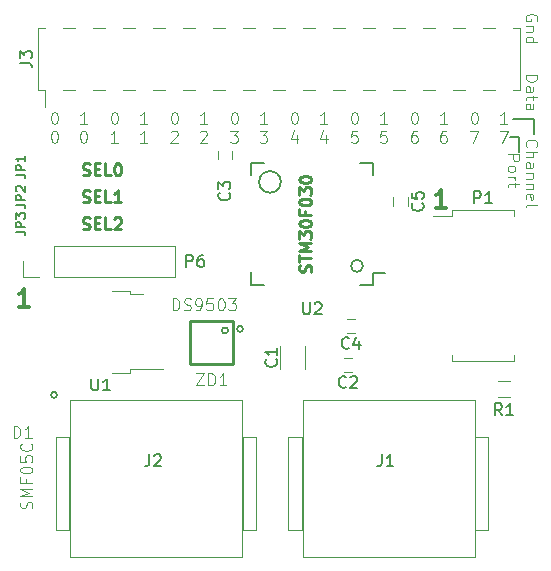
<source format=gto>
%TF.GenerationSoftware,KiCad,Pcbnew,(5.0.1)-3*%
%TF.CreationDate,2018-12-23T10:43:27+11:00*%
%TF.ProjectId,16_Channel_SSR_Driver,31365F4368616E6E656C5F5353525F44,1.2*%
%TF.SameCoordinates,PX7c25018PY69db1f0*%
%TF.FileFunction,Legend,Top*%
%TF.FilePolarity,Positive*%
%FSLAX46Y46*%
G04 Gerber Fmt 4.6, Leading zero omitted, Abs format (unit mm)*
G04 Created by KiCad (PCBNEW (5.0.1)-3) date 23/12/2018 10:43:27 AM*
%MOMM*%
%LPD*%
G01*
G04 APERTURE LIST*
%ADD10C,0.100000*%
%ADD11C,0.150000*%
%ADD12C,0.250000*%
%ADD13C,0.300000*%
%ADD14C,0.120000*%
%ADD15C,0.254000*%
%ADD16C,0.152400*%
%ADD17C,0.050000*%
G04 APERTURE END LIST*
D10*
X44569000Y-1603809D02*
X44616619Y-1508571D01*
X44616619Y-1365714D01*
X44569000Y-1222857D01*
X44473761Y-1127619D01*
X44378523Y-1080000D01*
X44188047Y-1032380D01*
X44045190Y-1032380D01*
X43854714Y-1080000D01*
X43759476Y-1127619D01*
X43664238Y-1222857D01*
X43616619Y-1365714D01*
X43616619Y-1460952D01*
X43664238Y-1603809D01*
X43711857Y-1651428D01*
X44045190Y-1651428D01*
X44045190Y-1460952D01*
X44283285Y-2080000D02*
X43616619Y-2080000D01*
X44188047Y-2080000D02*
X44235666Y-2127619D01*
X44283285Y-2222857D01*
X44283285Y-2365714D01*
X44235666Y-2460952D01*
X44140428Y-2508571D01*
X43616619Y-2508571D01*
X43616619Y-3413333D02*
X44616619Y-3413333D01*
X43664238Y-3413333D02*
X43616619Y-3318095D01*
X43616619Y-3127619D01*
X43664238Y-3032380D01*
X43711857Y-2984761D01*
X43807095Y-2937142D01*
X44092809Y-2937142D01*
X44188047Y-2984761D01*
X44235666Y-3032380D01*
X44283285Y-3127619D01*
X44283285Y-3318095D01*
X44235666Y-3413333D01*
X43616619Y-6175238D02*
X44616619Y-6175238D01*
X44616619Y-6413333D01*
X44569000Y-6556190D01*
X44473761Y-6651428D01*
X44378523Y-6699047D01*
X44188047Y-6746666D01*
X44045190Y-6746666D01*
X43854714Y-6699047D01*
X43759476Y-6651428D01*
X43664238Y-6556190D01*
X43616619Y-6413333D01*
X43616619Y-6175238D01*
X43616619Y-7603809D02*
X44140428Y-7603809D01*
X44235666Y-7556190D01*
X44283285Y-7460952D01*
X44283285Y-7270476D01*
X44235666Y-7175238D01*
X43664238Y-7603809D02*
X43616619Y-7508571D01*
X43616619Y-7270476D01*
X43664238Y-7175238D01*
X43759476Y-7127619D01*
X43854714Y-7127619D01*
X43949952Y-7175238D01*
X43997571Y-7270476D01*
X43997571Y-7508571D01*
X44045190Y-7603809D01*
X44283285Y-7937142D02*
X44283285Y-8318095D01*
X44616619Y-8080000D02*
X43759476Y-8080000D01*
X43664238Y-8127619D01*
X43616619Y-8222857D01*
X43616619Y-8318095D01*
X43616619Y-9080000D02*
X44140428Y-9080000D01*
X44235666Y-9032380D01*
X44283285Y-8937142D01*
X44283285Y-8746666D01*
X44235666Y-8651428D01*
X43664238Y-9080000D02*
X43616619Y-8984761D01*
X43616619Y-8746666D01*
X43664238Y-8651428D01*
X43759476Y-8603809D01*
X43854714Y-8603809D01*
X43949952Y-8651428D01*
X43997571Y-8746666D01*
X43997571Y-8984761D01*
X44045190Y-9080000D01*
D11*
X22886810Y-15240000D02*
G75*
G03X22886810Y-15240000I-915810J0D01*
G01*
X19685000Y-27686000D02*
G75*
G03X19685000Y-27686000I-254000J0D01*
G01*
X3937000Y-33274000D02*
G75*
G03X3937000Y-33274000I-254000J0D01*
G01*
D10*
X42092619Y-12914476D02*
X43092619Y-12914476D01*
X43092619Y-13295428D01*
X43045000Y-13390666D01*
X42997380Y-13438285D01*
X42902142Y-13485904D01*
X42759285Y-13485904D01*
X42664047Y-13438285D01*
X42616428Y-13390666D01*
X42568809Y-13295428D01*
X42568809Y-12914476D01*
X42092619Y-14057333D02*
X42140238Y-13962095D01*
X42187857Y-13914476D01*
X42283095Y-13866857D01*
X42568809Y-13866857D01*
X42664047Y-13914476D01*
X42711666Y-13962095D01*
X42759285Y-14057333D01*
X42759285Y-14200190D01*
X42711666Y-14295428D01*
X42664047Y-14343047D01*
X42568809Y-14390666D01*
X42283095Y-14390666D01*
X42187857Y-14343047D01*
X42140238Y-14295428D01*
X42092619Y-14200190D01*
X42092619Y-14057333D01*
X42092619Y-14819238D02*
X42759285Y-14819238D01*
X42568809Y-14819238D02*
X42664047Y-14866857D01*
X42711666Y-14914476D01*
X42759285Y-15009714D01*
X42759285Y-15104952D01*
X42759285Y-15295428D02*
X42759285Y-15676380D01*
X43092619Y-15438285D02*
X42235476Y-15438285D01*
X42140238Y-15485904D01*
X42092619Y-15581142D01*
X42092619Y-15676380D01*
X43711857Y-12287523D02*
X43664238Y-12239904D01*
X43616619Y-12097047D01*
X43616619Y-12001809D01*
X43664238Y-11858952D01*
X43759476Y-11763714D01*
X43854714Y-11716095D01*
X44045190Y-11668476D01*
X44188047Y-11668476D01*
X44378523Y-11716095D01*
X44473761Y-11763714D01*
X44569000Y-11858952D01*
X44616619Y-12001809D01*
X44616619Y-12097047D01*
X44569000Y-12239904D01*
X44521380Y-12287523D01*
X43616619Y-12716095D02*
X44616619Y-12716095D01*
X43616619Y-13144666D02*
X44140428Y-13144666D01*
X44235666Y-13097047D01*
X44283285Y-13001809D01*
X44283285Y-12858952D01*
X44235666Y-12763714D01*
X44188047Y-12716095D01*
X43616619Y-14049428D02*
X44140428Y-14049428D01*
X44235666Y-14001809D01*
X44283285Y-13906571D01*
X44283285Y-13716095D01*
X44235666Y-13620857D01*
X43664238Y-14049428D02*
X43616619Y-13954190D01*
X43616619Y-13716095D01*
X43664238Y-13620857D01*
X43759476Y-13573238D01*
X43854714Y-13573238D01*
X43949952Y-13620857D01*
X43997571Y-13716095D01*
X43997571Y-13954190D01*
X44045190Y-14049428D01*
X44283285Y-14525619D02*
X43616619Y-14525619D01*
X44188047Y-14525619D02*
X44235666Y-14573238D01*
X44283285Y-14668476D01*
X44283285Y-14811333D01*
X44235666Y-14906571D01*
X44140428Y-14954190D01*
X43616619Y-14954190D01*
X44283285Y-15430380D02*
X43616619Y-15430380D01*
X44188047Y-15430380D02*
X44235666Y-15478000D01*
X44283285Y-15573238D01*
X44283285Y-15716095D01*
X44235666Y-15811333D01*
X44140428Y-15858952D01*
X43616619Y-15858952D01*
X43664238Y-16716095D02*
X43616619Y-16620857D01*
X43616619Y-16430380D01*
X43664238Y-16335142D01*
X43759476Y-16287523D01*
X44140428Y-16287523D01*
X44235666Y-16335142D01*
X44283285Y-16430380D01*
X44283285Y-16620857D01*
X44235666Y-16716095D01*
X44140428Y-16763714D01*
X44045190Y-16763714D01*
X43949952Y-16287523D01*
X43616619Y-17335142D02*
X43664238Y-17239904D01*
X43759476Y-17192285D01*
X44616619Y-17192285D01*
D11*
X44323000Y-9906000D02*
X44323000Y-11176000D01*
X42545000Y-9906000D02*
X44323000Y-9906000D01*
X43053000Y-11430000D02*
X43053000Y-12700000D01*
X42291000Y-11430000D02*
X43053000Y-11430000D01*
D10*
X29068571Y-9320380D02*
X29163809Y-9320380D01*
X29259047Y-9368000D01*
X29306666Y-9415619D01*
X29354285Y-9510857D01*
X29401904Y-9701333D01*
X29401904Y-9939428D01*
X29354285Y-10129904D01*
X29306666Y-10225142D01*
X29259047Y-10272761D01*
X29163809Y-10320380D01*
X29068571Y-10320380D01*
X28973333Y-10272761D01*
X28925714Y-10225142D01*
X28878095Y-10129904D01*
X28830476Y-9939428D01*
X28830476Y-9701333D01*
X28878095Y-9510857D01*
X28925714Y-9415619D01*
X28973333Y-9368000D01*
X29068571Y-9320380D01*
X31878095Y-10320380D02*
X31306666Y-10320380D01*
X31592380Y-10320380D02*
X31592380Y-9320380D01*
X31497142Y-9463238D01*
X31401904Y-9558476D01*
X31306666Y-9606095D01*
X29354285Y-10920380D02*
X28878095Y-10920380D01*
X28830476Y-11396571D01*
X28878095Y-11348952D01*
X28973333Y-11301333D01*
X29211428Y-11301333D01*
X29306666Y-11348952D01*
X29354285Y-11396571D01*
X29401904Y-11491809D01*
X29401904Y-11729904D01*
X29354285Y-11825142D01*
X29306666Y-11872761D01*
X29211428Y-11920380D01*
X28973333Y-11920380D01*
X28878095Y-11872761D01*
X28830476Y-11825142D01*
X31830476Y-10920380D02*
X31354285Y-10920380D01*
X31306666Y-11396571D01*
X31354285Y-11348952D01*
X31449523Y-11301333D01*
X31687619Y-11301333D01*
X31782857Y-11348952D01*
X31830476Y-11396571D01*
X31878095Y-11491809D01*
X31878095Y-11729904D01*
X31830476Y-11825142D01*
X31782857Y-11872761D01*
X31687619Y-11920380D01*
X31449523Y-11920380D01*
X31354285Y-11872761D01*
X31306666Y-11825142D01*
X23988571Y-9320380D02*
X24083809Y-9320380D01*
X24179047Y-9368000D01*
X24226666Y-9415619D01*
X24274285Y-9510857D01*
X24321904Y-9701333D01*
X24321904Y-9939428D01*
X24274285Y-10129904D01*
X24226666Y-10225142D01*
X24179047Y-10272761D01*
X24083809Y-10320380D01*
X23988571Y-10320380D01*
X23893333Y-10272761D01*
X23845714Y-10225142D01*
X23798095Y-10129904D01*
X23750476Y-9939428D01*
X23750476Y-9701333D01*
X23798095Y-9510857D01*
X23845714Y-9415619D01*
X23893333Y-9368000D01*
X23988571Y-9320380D01*
X26798095Y-10320380D02*
X26226666Y-10320380D01*
X26512380Y-10320380D02*
X26512380Y-9320380D01*
X26417142Y-9463238D01*
X26321904Y-9558476D01*
X26226666Y-9606095D01*
X24226666Y-11253714D02*
X24226666Y-11920380D01*
X23988571Y-10872761D02*
X23750476Y-11587047D01*
X24369523Y-11587047D01*
X26702857Y-11253714D02*
X26702857Y-11920380D01*
X26464761Y-10872761D02*
X26226666Y-11587047D01*
X26845714Y-11587047D01*
X39228571Y-9320380D02*
X39323809Y-9320380D01*
X39419047Y-9368000D01*
X39466666Y-9415619D01*
X39514285Y-9510857D01*
X39561904Y-9701333D01*
X39561904Y-9939428D01*
X39514285Y-10129904D01*
X39466666Y-10225142D01*
X39419047Y-10272761D01*
X39323809Y-10320380D01*
X39228571Y-10320380D01*
X39133333Y-10272761D01*
X39085714Y-10225142D01*
X39038095Y-10129904D01*
X38990476Y-9939428D01*
X38990476Y-9701333D01*
X39038095Y-9510857D01*
X39085714Y-9415619D01*
X39133333Y-9368000D01*
X39228571Y-9320380D01*
X42038095Y-10320380D02*
X41466666Y-10320380D01*
X41752380Y-10320380D02*
X41752380Y-9320380D01*
X41657142Y-9463238D01*
X41561904Y-9558476D01*
X41466666Y-9606095D01*
X38942857Y-10920380D02*
X39609523Y-10920380D01*
X39180952Y-11920380D01*
X41419047Y-10920380D02*
X42085714Y-10920380D01*
X41657142Y-11920380D01*
X34148571Y-9320380D02*
X34243809Y-9320380D01*
X34339047Y-9368000D01*
X34386666Y-9415619D01*
X34434285Y-9510857D01*
X34481904Y-9701333D01*
X34481904Y-9939428D01*
X34434285Y-10129904D01*
X34386666Y-10225142D01*
X34339047Y-10272761D01*
X34243809Y-10320380D01*
X34148571Y-10320380D01*
X34053333Y-10272761D01*
X34005714Y-10225142D01*
X33958095Y-10129904D01*
X33910476Y-9939428D01*
X33910476Y-9701333D01*
X33958095Y-9510857D01*
X34005714Y-9415619D01*
X34053333Y-9368000D01*
X34148571Y-9320380D01*
X36958095Y-10320380D02*
X36386666Y-10320380D01*
X36672380Y-10320380D02*
X36672380Y-9320380D01*
X36577142Y-9463238D01*
X36481904Y-9558476D01*
X36386666Y-9606095D01*
X34386666Y-10920380D02*
X34196190Y-10920380D01*
X34100952Y-10968000D01*
X34053333Y-11015619D01*
X33958095Y-11158476D01*
X33910476Y-11348952D01*
X33910476Y-11729904D01*
X33958095Y-11825142D01*
X34005714Y-11872761D01*
X34100952Y-11920380D01*
X34291428Y-11920380D01*
X34386666Y-11872761D01*
X34434285Y-11825142D01*
X34481904Y-11729904D01*
X34481904Y-11491809D01*
X34434285Y-11396571D01*
X34386666Y-11348952D01*
X34291428Y-11301333D01*
X34100952Y-11301333D01*
X34005714Y-11348952D01*
X33958095Y-11396571D01*
X33910476Y-11491809D01*
X36862857Y-10920380D02*
X36672380Y-10920380D01*
X36577142Y-10968000D01*
X36529523Y-11015619D01*
X36434285Y-11158476D01*
X36386666Y-11348952D01*
X36386666Y-11729904D01*
X36434285Y-11825142D01*
X36481904Y-11872761D01*
X36577142Y-11920380D01*
X36767619Y-11920380D01*
X36862857Y-11872761D01*
X36910476Y-11825142D01*
X36958095Y-11729904D01*
X36958095Y-11491809D01*
X36910476Y-11396571D01*
X36862857Y-11348952D01*
X36767619Y-11301333D01*
X36577142Y-11301333D01*
X36481904Y-11348952D01*
X36434285Y-11396571D01*
X36386666Y-11491809D01*
X18908571Y-9320380D02*
X19003809Y-9320380D01*
X19099047Y-9368000D01*
X19146666Y-9415619D01*
X19194285Y-9510857D01*
X19241904Y-9701333D01*
X19241904Y-9939428D01*
X19194285Y-10129904D01*
X19146666Y-10225142D01*
X19099047Y-10272761D01*
X19003809Y-10320380D01*
X18908571Y-10320380D01*
X18813333Y-10272761D01*
X18765714Y-10225142D01*
X18718095Y-10129904D01*
X18670476Y-9939428D01*
X18670476Y-9701333D01*
X18718095Y-9510857D01*
X18765714Y-9415619D01*
X18813333Y-9368000D01*
X18908571Y-9320380D01*
X21718095Y-10320380D02*
X21146666Y-10320380D01*
X21432380Y-10320380D02*
X21432380Y-9320380D01*
X21337142Y-9463238D01*
X21241904Y-9558476D01*
X21146666Y-9606095D01*
X18622857Y-10920380D02*
X19241904Y-10920380D01*
X18908571Y-11301333D01*
X19051428Y-11301333D01*
X19146666Y-11348952D01*
X19194285Y-11396571D01*
X19241904Y-11491809D01*
X19241904Y-11729904D01*
X19194285Y-11825142D01*
X19146666Y-11872761D01*
X19051428Y-11920380D01*
X18765714Y-11920380D01*
X18670476Y-11872761D01*
X18622857Y-11825142D01*
X21099047Y-10920380D02*
X21718095Y-10920380D01*
X21384761Y-11301333D01*
X21527619Y-11301333D01*
X21622857Y-11348952D01*
X21670476Y-11396571D01*
X21718095Y-11491809D01*
X21718095Y-11729904D01*
X21670476Y-11825142D01*
X21622857Y-11872761D01*
X21527619Y-11920380D01*
X21241904Y-11920380D01*
X21146666Y-11872761D01*
X21099047Y-11825142D01*
X13828571Y-9320380D02*
X13923809Y-9320380D01*
X14019047Y-9368000D01*
X14066666Y-9415619D01*
X14114285Y-9510857D01*
X14161904Y-9701333D01*
X14161904Y-9939428D01*
X14114285Y-10129904D01*
X14066666Y-10225142D01*
X14019047Y-10272761D01*
X13923809Y-10320380D01*
X13828571Y-10320380D01*
X13733333Y-10272761D01*
X13685714Y-10225142D01*
X13638095Y-10129904D01*
X13590476Y-9939428D01*
X13590476Y-9701333D01*
X13638095Y-9510857D01*
X13685714Y-9415619D01*
X13733333Y-9368000D01*
X13828571Y-9320380D01*
X16638095Y-10320380D02*
X16066666Y-10320380D01*
X16352380Y-10320380D02*
X16352380Y-9320380D01*
X16257142Y-9463238D01*
X16161904Y-9558476D01*
X16066666Y-9606095D01*
X13590476Y-11015619D02*
X13638095Y-10968000D01*
X13733333Y-10920380D01*
X13971428Y-10920380D01*
X14066666Y-10968000D01*
X14114285Y-11015619D01*
X14161904Y-11110857D01*
X14161904Y-11206095D01*
X14114285Y-11348952D01*
X13542857Y-11920380D01*
X14161904Y-11920380D01*
X16066666Y-11015619D02*
X16114285Y-10968000D01*
X16209523Y-10920380D01*
X16447619Y-10920380D01*
X16542857Y-10968000D01*
X16590476Y-11015619D01*
X16638095Y-11110857D01*
X16638095Y-11206095D01*
X16590476Y-11348952D01*
X16019047Y-11920380D01*
X16638095Y-11920380D01*
X8748571Y-9320380D02*
X8843809Y-9320380D01*
X8939047Y-9368000D01*
X8986666Y-9415619D01*
X9034285Y-9510857D01*
X9081904Y-9701333D01*
X9081904Y-9939428D01*
X9034285Y-10129904D01*
X8986666Y-10225142D01*
X8939047Y-10272761D01*
X8843809Y-10320380D01*
X8748571Y-10320380D01*
X8653333Y-10272761D01*
X8605714Y-10225142D01*
X8558095Y-10129904D01*
X8510476Y-9939428D01*
X8510476Y-9701333D01*
X8558095Y-9510857D01*
X8605714Y-9415619D01*
X8653333Y-9368000D01*
X8748571Y-9320380D01*
X11558095Y-10320380D02*
X10986666Y-10320380D01*
X11272380Y-10320380D02*
X11272380Y-9320380D01*
X11177142Y-9463238D01*
X11081904Y-9558476D01*
X10986666Y-9606095D01*
X9081904Y-11920380D02*
X8510476Y-11920380D01*
X8796190Y-11920380D02*
X8796190Y-10920380D01*
X8700952Y-11063238D01*
X8605714Y-11158476D01*
X8510476Y-11206095D01*
X11558095Y-11920380D02*
X10986666Y-11920380D01*
X11272380Y-11920380D02*
X11272380Y-10920380D01*
X11177142Y-11063238D01*
X11081904Y-11158476D01*
X10986666Y-11206095D01*
X3668571Y-9320380D02*
X3763809Y-9320380D01*
X3859047Y-9368000D01*
X3906666Y-9415619D01*
X3954285Y-9510857D01*
X4001904Y-9701333D01*
X4001904Y-9939428D01*
X3954285Y-10129904D01*
X3906666Y-10225142D01*
X3859047Y-10272761D01*
X3763809Y-10320380D01*
X3668571Y-10320380D01*
X3573333Y-10272761D01*
X3525714Y-10225142D01*
X3478095Y-10129904D01*
X3430476Y-9939428D01*
X3430476Y-9701333D01*
X3478095Y-9510857D01*
X3525714Y-9415619D01*
X3573333Y-9368000D01*
X3668571Y-9320380D01*
X6478095Y-10320380D02*
X5906666Y-10320380D01*
X6192380Y-10320380D02*
X6192380Y-9320380D01*
X6097142Y-9463238D01*
X6001904Y-9558476D01*
X5906666Y-9606095D01*
X3668571Y-10920380D02*
X3763809Y-10920380D01*
X3859047Y-10968000D01*
X3906666Y-11015619D01*
X3954285Y-11110857D01*
X4001904Y-11301333D01*
X4001904Y-11539428D01*
X3954285Y-11729904D01*
X3906666Y-11825142D01*
X3859047Y-11872761D01*
X3763809Y-11920380D01*
X3668571Y-11920380D01*
X3573333Y-11872761D01*
X3525714Y-11825142D01*
X3478095Y-11729904D01*
X3430476Y-11539428D01*
X3430476Y-11301333D01*
X3478095Y-11110857D01*
X3525714Y-11015619D01*
X3573333Y-10968000D01*
X3668571Y-10920380D01*
X6144761Y-10920380D02*
X6240000Y-10920380D01*
X6335238Y-10968000D01*
X6382857Y-11015619D01*
X6430476Y-11110857D01*
X6478095Y-11301333D01*
X6478095Y-11539428D01*
X6430476Y-11729904D01*
X6382857Y-11825142D01*
X6335238Y-11872761D01*
X6240000Y-11920380D01*
X6144761Y-11920380D01*
X6049523Y-11872761D01*
X6001904Y-11825142D01*
X5954285Y-11729904D01*
X5906666Y-11539428D01*
X5906666Y-11301333D01*
X5954285Y-11110857D01*
X6001904Y-11015619D01*
X6049523Y-10968000D01*
X6144761Y-10920380D01*
D11*
X29845000Y-22352000D02*
G75*
G03X29845000Y-22352000I-508000J0D01*
G01*
D12*
X25423761Y-22843619D02*
X25471380Y-22700761D01*
X25471380Y-22462666D01*
X25423761Y-22367428D01*
X25376142Y-22319809D01*
X25280904Y-22272190D01*
X25185666Y-22272190D01*
X25090428Y-22319809D01*
X25042809Y-22367428D01*
X24995190Y-22462666D01*
X24947571Y-22653142D01*
X24899952Y-22748380D01*
X24852333Y-22796000D01*
X24757095Y-22843619D01*
X24661857Y-22843619D01*
X24566619Y-22796000D01*
X24519000Y-22748380D01*
X24471380Y-22653142D01*
X24471380Y-22415047D01*
X24519000Y-22272190D01*
X24471380Y-21986476D02*
X24471380Y-21415047D01*
X25471380Y-21700761D02*
X24471380Y-21700761D01*
X25471380Y-21081714D02*
X24471380Y-21081714D01*
X25185666Y-20748380D01*
X24471380Y-20415047D01*
X25471380Y-20415047D01*
X24471380Y-20034095D02*
X24471380Y-19415047D01*
X24852333Y-19748380D01*
X24852333Y-19605523D01*
X24899952Y-19510285D01*
X24947571Y-19462666D01*
X25042809Y-19415047D01*
X25280904Y-19415047D01*
X25376142Y-19462666D01*
X25423761Y-19510285D01*
X25471380Y-19605523D01*
X25471380Y-19891238D01*
X25423761Y-19986476D01*
X25376142Y-20034095D01*
X24471380Y-18796000D02*
X24471380Y-18700761D01*
X24519000Y-18605523D01*
X24566619Y-18557904D01*
X24661857Y-18510285D01*
X24852333Y-18462666D01*
X25090428Y-18462666D01*
X25280904Y-18510285D01*
X25376142Y-18557904D01*
X25423761Y-18605523D01*
X25471380Y-18700761D01*
X25471380Y-18796000D01*
X25423761Y-18891238D01*
X25376142Y-18938857D01*
X25280904Y-18986476D01*
X25090428Y-19034095D01*
X24852333Y-19034095D01*
X24661857Y-18986476D01*
X24566619Y-18938857D01*
X24519000Y-18891238D01*
X24471380Y-18796000D01*
X24947571Y-17700761D02*
X24947571Y-18034095D01*
X25471380Y-18034095D02*
X24471380Y-18034095D01*
X24471380Y-17557904D01*
X24471380Y-16986476D02*
X24471380Y-16891238D01*
X24519000Y-16796000D01*
X24566619Y-16748380D01*
X24661857Y-16700761D01*
X24852333Y-16653142D01*
X25090428Y-16653142D01*
X25280904Y-16700761D01*
X25376142Y-16748380D01*
X25423761Y-16796000D01*
X25471380Y-16891238D01*
X25471380Y-16986476D01*
X25423761Y-17081714D01*
X25376142Y-17129333D01*
X25280904Y-17176952D01*
X25090428Y-17224571D01*
X24852333Y-17224571D01*
X24661857Y-17176952D01*
X24566619Y-17129333D01*
X24519000Y-17081714D01*
X24471380Y-16986476D01*
X24471380Y-16319809D02*
X24471380Y-15700761D01*
X24852333Y-16034095D01*
X24852333Y-15891238D01*
X24899952Y-15796000D01*
X24947571Y-15748380D01*
X25042809Y-15700761D01*
X25280904Y-15700761D01*
X25376142Y-15748380D01*
X25423761Y-15796000D01*
X25471380Y-15891238D01*
X25471380Y-16176952D01*
X25423761Y-16272190D01*
X25376142Y-16319809D01*
X24471380Y-15081714D02*
X24471380Y-14986476D01*
X24519000Y-14891238D01*
X24566619Y-14843619D01*
X24661857Y-14796000D01*
X24852333Y-14748380D01*
X25090428Y-14748380D01*
X25280904Y-14796000D01*
X25376142Y-14843619D01*
X25423761Y-14891238D01*
X25471380Y-14986476D01*
X25471380Y-15081714D01*
X25423761Y-15176952D01*
X25376142Y-15224571D01*
X25280904Y-15272190D01*
X25090428Y-15319809D01*
X24852333Y-15319809D01*
X24661857Y-15272190D01*
X24566619Y-15224571D01*
X24519000Y-15176952D01*
X24471380Y-15081714D01*
D13*
X1571571Y-25824571D02*
X714428Y-25824571D01*
X1143000Y-25824571D02*
X1143000Y-24324571D01*
X1000142Y-24538857D01*
X857285Y-24681714D01*
X714428Y-24753142D01*
X36877571Y-17442571D02*
X36020428Y-17442571D01*
X36449000Y-17442571D02*
X36449000Y-15942571D01*
X36306142Y-16156857D01*
X36163285Y-16299714D01*
X36020428Y-16371142D01*
D12*
X6127952Y-19200761D02*
X6270809Y-19248380D01*
X6508904Y-19248380D01*
X6604142Y-19200761D01*
X6651761Y-19153142D01*
X6699380Y-19057904D01*
X6699380Y-18962666D01*
X6651761Y-18867428D01*
X6604142Y-18819809D01*
X6508904Y-18772190D01*
X6318428Y-18724571D01*
X6223190Y-18676952D01*
X6175571Y-18629333D01*
X6127952Y-18534095D01*
X6127952Y-18438857D01*
X6175571Y-18343619D01*
X6223190Y-18296000D01*
X6318428Y-18248380D01*
X6556523Y-18248380D01*
X6699380Y-18296000D01*
X7127952Y-18724571D02*
X7461285Y-18724571D01*
X7604142Y-19248380D02*
X7127952Y-19248380D01*
X7127952Y-18248380D01*
X7604142Y-18248380D01*
X8508904Y-19248380D02*
X8032714Y-19248380D01*
X8032714Y-18248380D01*
X8794619Y-18343619D02*
X8842238Y-18296000D01*
X8937476Y-18248380D01*
X9175571Y-18248380D01*
X9270809Y-18296000D01*
X9318428Y-18343619D01*
X9366047Y-18438857D01*
X9366047Y-18534095D01*
X9318428Y-18676952D01*
X8747000Y-19248380D01*
X9366047Y-19248380D01*
X6127952Y-16914761D02*
X6270809Y-16962380D01*
X6508904Y-16962380D01*
X6604142Y-16914761D01*
X6651761Y-16867142D01*
X6699380Y-16771904D01*
X6699380Y-16676666D01*
X6651761Y-16581428D01*
X6604142Y-16533809D01*
X6508904Y-16486190D01*
X6318428Y-16438571D01*
X6223190Y-16390952D01*
X6175571Y-16343333D01*
X6127952Y-16248095D01*
X6127952Y-16152857D01*
X6175571Y-16057619D01*
X6223190Y-16010000D01*
X6318428Y-15962380D01*
X6556523Y-15962380D01*
X6699380Y-16010000D01*
X7127952Y-16438571D02*
X7461285Y-16438571D01*
X7604142Y-16962380D02*
X7127952Y-16962380D01*
X7127952Y-15962380D01*
X7604142Y-15962380D01*
X8508904Y-16962380D02*
X8032714Y-16962380D01*
X8032714Y-15962380D01*
X9366047Y-16962380D02*
X8794619Y-16962380D01*
X9080333Y-16962380D02*
X9080333Y-15962380D01*
X8985095Y-16105238D01*
X8889857Y-16200476D01*
X8794619Y-16248095D01*
X6127952Y-14628761D02*
X6270809Y-14676380D01*
X6508904Y-14676380D01*
X6604142Y-14628761D01*
X6651761Y-14581142D01*
X6699380Y-14485904D01*
X6699380Y-14390666D01*
X6651761Y-14295428D01*
X6604142Y-14247809D01*
X6508904Y-14200190D01*
X6318428Y-14152571D01*
X6223190Y-14104952D01*
X6175571Y-14057333D01*
X6127952Y-13962095D01*
X6127952Y-13866857D01*
X6175571Y-13771619D01*
X6223190Y-13724000D01*
X6318428Y-13676380D01*
X6556523Y-13676380D01*
X6699380Y-13724000D01*
X7127952Y-14152571D02*
X7461285Y-14152571D01*
X7604142Y-14676380D02*
X7127952Y-14676380D01*
X7127952Y-13676380D01*
X7604142Y-13676380D01*
X8508904Y-14676380D02*
X8032714Y-14676380D01*
X8032714Y-13676380D01*
X9032714Y-13676380D02*
X9127952Y-13676380D01*
X9223190Y-13724000D01*
X9270809Y-13771619D01*
X9318428Y-13866857D01*
X9366047Y-14057333D01*
X9366047Y-14295428D01*
X9318428Y-14485904D01*
X9270809Y-14581142D01*
X9223190Y-14628761D01*
X9127952Y-14676380D01*
X9032714Y-14676380D01*
X8937476Y-14628761D01*
X8889857Y-14581142D01*
X8842238Y-14485904D01*
X8794619Y-14295428D01*
X8794619Y-14057333D01*
X8842238Y-13866857D01*
X8889857Y-13771619D01*
X8937476Y-13724000D01*
X9032714Y-13676380D01*
D14*
X37405000Y-18123000D02*
X37405000Y-17593000D01*
X37405000Y-17593000D02*
X42605000Y-17593000D01*
X42605000Y-17593000D02*
X42605000Y-18123000D01*
X37405000Y-29883000D02*
X37405000Y-30413000D01*
X37405000Y-30413000D02*
X42605000Y-30413000D01*
X42605000Y-30413000D02*
X42605000Y-29883000D01*
X35735000Y-18123000D02*
X37405000Y-18123000D01*
X41283000Y-32086000D02*
X42283000Y-32086000D01*
X42283000Y-33446000D02*
X41283000Y-33446000D01*
X40003000Y-2226000D02*
X41023000Y-2226000D01*
X40003000Y-7426000D02*
X41023000Y-7426000D01*
X37463000Y-2226000D02*
X38483000Y-2226000D01*
X37463000Y-7426000D02*
X38483000Y-7426000D01*
X34923000Y-2226000D02*
X35943000Y-2226000D01*
X34923000Y-7426000D02*
X35943000Y-7426000D01*
X32383000Y-2226000D02*
X33403000Y-2226000D01*
X32383000Y-7426000D02*
X33403000Y-7426000D01*
X29843000Y-2226000D02*
X30863000Y-2226000D01*
X29843000Y-7426000D02*
X30863000Y-7426000D01*
X27303000Y-2226000D02*
X28323000Y-2226000D01*
X27303000Y-7426000D02*
X28323000Y-7426000D01*
X24763000Y-2226000D02*
X25783000Y-2226000D01*
X24763000Y-7426000D02*
X25783000Y-7426000D01*
X22223000Y-2226000D02*
X23243000Y-2226000D01*
X22223000Y-7426000D02*
X23243000Y-7426000D01*
X19683000Y-2226000D02*
X20703000Y-2226000D01*
X19683000Y-7426000D02*
X20703000Y-7426000D01*
X17143000Y-2226000D02*
X18163000Y-2226000D01*
X17143000Y-7426000D02*
X18163000Y-7426000D01*
X14603000Y-2226000D02*
X15623000Y-2226000D01*
X14603000Y-7426000D02*
X15623000Y-7426000D01*
X12063000Y-2226000D02*
X13083000Y-2226000D01*
X12063000Y-7426000D02*
X13083000Y-7426000D01*
X9523000Y-2226000D02*
X10543000Y-2226000D01*
X9523000Y-7426000D02*
X10543000Y-7426000D01*
X6983000Y-2226000D02*
X8003000Y-2226000D01*
X6983000Y-7426000D02*
X8003000Y-7426000D01*
X4443000Y-2226000D02*
X5463000Y-2226000D01*
X4443000Y-7426000D02*
X5463000Y-7426000D01*
X42543000Y-2226000D02*
X43113000Y-2226000D01*
X42543000Y-7426000D02*
X43113000Y-7426000D01*
X2353000Y-2226000D02*
X2923000Y-2226000D01*
X2353000Y-7426000D02*
X2923000Y-7426000D01*
X2923000Y-8866000D02*
X2923000Y-7426000D01*
X43113000Y-7426000D02*
X43113000Y-2226000D01*
X2353000Y-7426000D02*
X2353000Y-2226000D01*
D15*
X18872200Y-30632400D02*
X15163800Y-30632400D01*
X15163800Y-30632400D02*
X15163800Y-27025600D01*
X15163800Y-27025600D02*
X18872200Y-27025600D01*
X18872200Y-27025600D02*
X18872200Y-30632400D01*
D16*
X18415000Y-27813000D02*
G75*
G03X18415000Y-27813000I-254000J0D01*
G01*
D14*
X28925000Y-31334000D02*
X28225000Y-31334000D01*
X28225000Y-30134000D02*
X28925000Y-30134000D01*
X18761000Y-12592000D02*
X18761000Y-13292000D01*
X17561000Y-13292000D02*
X17561000Y-12592000D01*
X29179000Y-28032000D02*
X28479000Y-28032000D01*
X28479000Y-26832000D02*
X29179000Y-26832000D01*
X33620000Y-16541000D02*
X33620000Y-17241000D01*
X32420000Y-17241000D02*
X32420000Y-16541000D01*
D10*
X39295071Y-46980479D02*
X24730625Y-46980479D01*
X24730625Y-46980479D02*
X24730625Y-33688552D01*
X24730625Y-33688552D02*
X39295071Y-33688552D01*
X39295071Y-33688552D02*
X39295071Y-46980479D01*
X40466916Y-44687525D02*
X39358186Y-44687525D01*
X39358186Y-44687525D02*
X39358186Y-36825620D01*
X39358186Y-36825620D02*
X40466916Y-36825620D01*
X40466916Y-36825620D02*
X40466916Y-44687525D01*
X24642312Y-44687302D02*
X23533582Y-44687302D01*
X23533582Y-44687302D02*
X23533582Y-36825397D01*
X23533582Y-36825397D02*
X24642312Y-36825397D01*
X24642312Y-36825397D02*
X24642312Y-44687302D01*
X19610071Y-46980479D02*
X5045625Y-46980479D01*
X5045625Y-46980479D02*
X5045625Y-33688552D01*
X5045625Y-33688552D02*
X19610071Y-33688552D01*
X19610071Y-33688552D02*
X19610071Y-46980479D01*
X20781916Y-44687525D02*
X19673186Y-44687525D01*
X19673186Y-44687525D02*
X19673186Y-36825620D01*
X19673186Y-36825620D02*
X20781916Y-36825620D01*
X20781916Y-36825620D02*
X20781916Y-44687525D01*
X4957312Y-44687302D02*
X3848582Y-44687302D01*
X3848582Y-44687302D02*
X3848582Y-36825397D01*
X3848582Y-36825397D02*
X4957312Y-36825397D01*
X4957312Y-36825397D02*
X4957312Y-44687302D01*
D14*
X3683000Y-23301000D02*
X13903000Y-23301000D01*
X13903000Y-23301000D02*
X13903000Y-20641000D01*
X13903000Y-20641000D02*
X3683000Y-20641000D01*
X3683000Y-20641000D02*
X3683000Y-23301000D01*
X2413000Y-23301000D02*
X1083000Y-23301000D01*
X1083000Y-23301000D02*
X1083000Y-21971000D01*
D11*
X30702000Y-23971000D02*
X30702000Y-22971000D01*
X20352000Y-23971000D02*
X20352000Y-22896000D01*
X20352000Y-13621000D02*
X20352000Y-14696000D01*
X30702000Y-13621000D02*
X30702000Y-14696000D01*
X30702000Y-23971000D02*
X29627000Y-23971000D01*
X30702000Y-13621000D02*
X29627000Y-13621000D01*
X20352000Y-13621000D02*
X21427000Y-13621000D01*
X20352000Y-23971000D02*
X21427000Y-23971000D01*
X30702000Y-22971000D02*
X31727000Y-22971000D01*
D14*
X8590000Y-31390000D02*
X10090000Y-31390000D01*
X10090000Y-31390000D02*
X10090000Y-31120000D01*
X10090000Y-31120000D02*
X12920000Y-31120000D01*
X8590000Y-24490000D02*
X10090000Y-24490000D01*
X10090000Y-24490000D02*
X10090000Y-24760000D01*
X10090000Y-24760000D02*
X11190000Y-24760000D01*
X22856000Y-29099000D02*
X22856000Y-31099000D01*
X24896000Y-31099000D02*
X24896000Y-29099000D01*
D11*
X39266904Y-17045380D02*
X39266904Y-16045380D01*
X39647857Y-16045380D01*
X39743095Y-16093000D01*
X39790714Y-16140619D01*
X39838333Y-16235857D01*
X39838333Y-16378714D01*
X39790714Y-16473952D01*
X39743095Y-16521571D01*
X39647857Y-16569190D01*
X39266904Y-16569190D01*
X40790714Y-17045380D02*
X40219285Y-17045380D01*
X40505000Y-17045380D02*
X40505000Y-16045380D01*
X40409761Y-16188238D01*
X40314523Y-16283476D01*
X40219285Y-16331095D01*
X41616333Y-34996380D02*
X41283000Y-34520190D01*
X41044904Y-34996380D02*
X41044904Y-33996380D01*
X41425857Y-33996380D01*
X41521095Y-34044000D01*
X41568714Y-34091619D01*
X41616333Y-34186857D01*
X41616333Y-34329714D01*
X41568714Y-34424952D01*
X41521095Y-34472571D01*
X41425857Y-34520190D01*
X41044904Y-34520190D01*
X42568714Y-34996380D02*
X41997285Y-34996380D01*
X42283000Y-34996380D02*
X42283000Y-33996380D01*
X42187761Y-34139238D01*
X42092523Y-34234476D01*
X41997285Y-34282095D01*
X805380Y-5159333D02*
X1519666Y-5159333D01*
X1662523Y-5206952D01*
X1757761Y-5302190D01*
X1805380Y-5445047D01*
X1805380Y-5540285D01*
X805380Y-4778380D02*
X805380Y-4159333D01*
X1186333Y-4492666D01*
X1186333Y-4349809D01*
X1233952Y-4254571D01*
X1281571Y-4206952D01*
X1376809Y-4159333D01*
X1614904Y-4159333D01*
X1710142Y-4206952D01*
X1757761Y-4254571D01*
X1805380Y-4349809D01*
X1805380Y-4635523D01*
X1757761Y-4730761D01*
X1710142Y-4778380D01*
X450904Y-19462666D02*
X1022333Y-19462666D01*
X1136619Y-19500761D01*
X1212809Y-19576952D01*
X1250904Y-19691238D01*
X1250904Y-19767428D01*
X1250904Y-19081714D02*
X450904Y-19081714D01*
X450904Y-18776952D01*
X489000Y-18700761D01*
X527095Y-18662666D01*
X603285Y-18624571D01*
X717571Y-18624571D01*
X793761Y-18662666D01*
X831857Y-18700761D01*
X869952Y-18776952D01*
X869952Y-19081714D01*
X450904Y-18357904D02*
X450904Y-17862666D01*
X755666Y-18129333D01*
X755666Y-18015047D01*
X793761Y-17938857D01*
X831857Y-17900761D01*
X908047Y-17862666D01*
X1098523Y-17862666D01*
X1174714Y-17900761D01*
X1212809Y-17938857D01*
X1250904Y-18015047D01*
X1250904Y-18243619D01*
X1212809Y-18319809D01*
X1174714Y-18357904D01*
X450904Y-17176666D02*
X1022333Y-17176666D01*
X1136619Y-17214761D01*
X1212809Y-17290952D01*
X1250904Y-17405238D01*
X1250904Y-17481428D01*
X1250904Y-16795714D02*
X450904Y-16795714D01*
X450904Y-16490952D01*
X489000Y-16414761D01*
X527095Y-16376666D01*
X603285Y-16338571D01*
X717571Y-16338571D01*
X793761Y-16376666D01*
X831857Y-16414761D01*
X869952Y-16490952D01*
X869952Y-16795714D01*
X527095Y-16033809D02*
X489000Y-15995714D01*
X450904Y-15919523D01*
X450904Y-15729047D01*
X489000Y-15652857D01*
X527095Y-15614761D01*
X603285Y-15576666D01*
X679476Y-15576666D01*
X793761Y-15614761D01*
X1250904Y-16071904D01*
X1250904Y-15576666D01*
X450904Y-14636666D02*
X1022333Y-14636666D01*
X1136619Y-14674761D01*
X1212809Y-14750952D01*
X1250904Y-14865238D01*
X1250904Y-14941428D01*
X1250904Y-14255714D02*
X450904Y-14255714D01*
X450904Y-13950952D01*
X489000Y-13874761D01*
X527095Y-13836666D01*
X603285Y-13798571D01*
X717571Y-13798571D01*
X793761Y-13836666D01*
X831857Y-13874761D01*
X869952Y-13950952D01*
X869952Y-14255714D01*
X1250904Y-13036666D02*
X1250904Y-13493809D01*
X1250904Y-13265238D02*
X450904Y-13265238D01*
X565190Y-13341428D01*
X641380Y-13417619D01*
X679476Y-13493809D01*
D10*
X275490Y-36904720D02*
X275490Y-35903440D01*
X513890Y-35903440D01*
X656930Y-35951120D01*
X752290Y-36046480D01*
X799970Y-36141840D01*
X847650Y-36332560D01*
X847650Y-36475600D01*
X799970Y-36666320D01*
X752290Y-36761680D01*
X656930Y-36857040D01*
X513890Y-36904720D01*
X275490Y-36904720D01*
X1801250Y-36904720D02*
X1229090Y-36904720D01*
X1515170Y-36904720D02*
X1515170Y-35903440D01*
X1419810Y-36046480D01*
X1324450Y-36141840D01*
X1229090Y-36189520D01*
X1802356Y-42874120D02*
X1850045Y-42731053D01*
X1850045Y-42492607D01*
X1802356Y-42397229D01*
X1754667Y-42349540D01*
X1659289Y-42301851D01*
X1563911Y-42301851D01*
X1468533Y-42349540D01*
X1420844Y-42397229D01*
X1373155Y-42492607D01*
X1325466Y-42683364D01*
X1277777Y-42778742D01*
X1230088Y-42826431D01*
X1134710Y-42874120D01*
X1039332Y-42874120D01*
X943954Y-42826431D01*
X896265Y-42778742D01*
X848575Y-42683364D01*
X848575Y-42444918D01*
X896265Y-42301851D01*
X1850045Y-41872650D02*
X848575Y-41872650D01*
X1563911Y-41538826D01*
X848575Y-41205003D01*
X1850045Y-41205003D01*
X1325466Y-40394289D02*
X1325466Y-40728113D01*
X1850045Y-40728113D02*
X848575Y-40728113D01*
X848575Y-40251222D01*
X848575Y-39678954D02*
X848575Y-39583575D01*
X896265Y-39488197D01*
X943954Y-39440508D01*
X1039332Y-39392819D01*
X1230088Y-39345130D01*
X1468533Y-39345130D01*
X1659289Y-39392819D01*
X1754667Y-39440508D01*
X1802356Y-39488197D01*
X1850045Y-39583575D01*
X1850045Y-39678954D01*
X1802356Y-39774332D01*
X1754667Y-39822021D01*
X1659289Y-39869710D01*
X1468533Y-39917399D01*
X1230088Y-39917399D01*
X1039332Y-39869710D01*
X943954Y-39822021D01*
X896265Y-39774332D01*
X848575Y-39678954D01*
X848575Y-38439038D02*
X848575Y-38915929D01*
X1325466Y-38963618D01*
X1277777Y-38915929D01*
X1230088Y-38820551D01*
X1230088Y-38582105D01*
X1277777Y-38486727D01*
X1325466Y-38439038D01*
X1420844Y-38391349D01*
X1659289Y-38391349D01*
X1754667Y-38439038D01*
X1802356Y-38486727D01*
X1850045Y-38582105D01*
X1850045Y-38820551D01*
X1802356Y-38915929D01*
X1754667Y-38963618D01*
X1754667Y-37389879D02*
X1802356Y-37437568D01*
X1850045Y-37580635D01*
X1850045Y-37676014D01*
X1802356Y-37819081D01*
X1706978Y-37914459D01*
X1611600Y-37962148D01*
X1420844Y-38009837D01*
X1277777Y-38009837D01*
X1087021Y-37962148D01*
X991643Y-37914459D01*
X896265Y-37819081D01*
X848575Y-37676014D01*
X848575Y-37580635D01*
X896265Y-37437568D01*
X943954Y-37389879D01*
D17*
X15708397Y-31456548D02*
X16375104Y-31456548D01*
X15708397Y-32456608D01*
X16375104Y-32456608D01*
X16756079Y-32456608D02*
X16756079Y-31456548D01*
X16994189Y-31456548D01*
X17137054Y-31504170D01*
X17232298Y-31599413D01*
X17279920Y-31694657D01*
X17327542Y-31885145D01*
X17327542Y-32028010D01*
X17279920Y-32218498D01*
X17232298Y-32313742D01*
X17137054Y-32408986D01*
X16994189Y-32456608D01*
X16756079Y-32456608D01*
X18279980Y-32456608D02*
X17708517Y-32456608D01*
X17994249Y-32456608D02*
X17994249Y-31456548D01*
X17899005Y-31599413D01*
X17803761Y-31694657D01*
X17708517Y-31742279D01*
D10*
X13738491Y-26105017D02*
X13738491Y-25104517D01*
X13976705Y-25104517D01*
X14119634Y-25152160D01*
X14214920Y-25247445D01*
X14262562Y-25342731D01*
X14310205Y-25533302D01*
X14310205Y-25676231D01*
X14262562Y-25866802D01*
X14214920Y-25962088D01*
X14119634Y-26057374D01*
X13976705Y-26105017D01*
X13738491Y-26105017D01*
X14691348Y-26057374D02*
X14834277Y-26105017D01*
X15072491Y-26105017D01*
X15167777Y-26057374D01*
X15215420Y-26009731D01*
X15263062Y-25914445D01*
X15263062Y-25819160D01*
X15215420Y-25723874D01*
X15167777Y-25676231D01*
X15072491Y-25628588D01*
X14881920Y-25580945D01*
X14786634Y-25533302D01*
X14738991Y-25485660D01*
X14691348Y-25390374D01*
X14691348Y-25295088D01*
X14738991Y-25199802D01*
X14786634Y-25152160D01*
X14881920Y-25104517D01*
X15120134Y-25104517D01*
X15263062Y-25152160D01*
X15739491Y-26105017D02*
X15930062Y-26105017D01*
X16025348Y-26057374D01*
X16072991Y-26009731D01*
X16168277Y-25866802D01*
X16215920Y-25676231D01*
X16215920Y-25295088D01*
X16168277Y-25199802D01*
X16120634Y-25152160D01*
X16025348Y-25104517D01*
X15834777Y-25104517D01*
X15739491Y-25152160D01*
X15691848Y-25199802D01*
X15644205Y-25295088D01*
X15644205Y-25533302D01*
X15691848Y-25628588D01*
X15739491Y-25676231D01*
X15834777Y-25723874D01*
X16025348Y-25723874D01*
X16120634Y-25676231D01*
X16168277Y-25628588D01*
X16215920Y-25533302D01*
X17121134Y-25104517D02*
X16644705Y-25104517D01*
X16597062Y-25580945D01*
X16644705Y-25533302D01*
X16739991Y-25485660D01*
X16978205Y-25485660D01*
X17073491Y-25533302D01*
X17121134Y-25580945D01*
X17168777Y-25676231D01*
X17168777Y-25914445D01*
X17121134Y-26009731D01*
X17073491Y-26057374D01*
X16978205Y-26105017D01*
X16739991Y-26105017D01*
X16644705Y-26057374D01*
X16597062Y-26009731D01*
X17788134Y-25104517D02*
X17883420Y-25104517D01*
X17978705Y-25152160D01*
X18026348Y-25199802D01*
X18073991Y-25295088D01*
X18121634Y-25485660D01*
X18121634Y-25723874D01*
X18073991Y-25914445D01*
X18026348Y-26009731D01*
X17978705Y-26057374D01*
X17883420Y-26105017D01*
X17788134Y-26105017D01*
X17692848Y-26057374D01*
X17645205Y-26009731D01*
X17597562Y-25914445D01*
X17549920Y-25723874D01*
X17549920Y-25485660D01*
X17597562Y-25295088D01*
X17645205Y-25199802D01*
X17692848Y-25152160D01*
X17788134Y-25104517D01*
X18455134Y-25104517D02*
X19074491Y-25104517D01*
X18740991Y-25485660D01*
X18883920Y-25485660D01*
X18979205Y-25533302D01*
X19026848Y-25580945D01*
X19074491Y-25676231D01*
X19074491Y-25914445D01*
X19026848Y-26009731D01*
X18979205Y-26057374D01*
X18883920Y-26105017D01*
X18598062Y-26105017D01*
X18502777Y-26057374D01*
X18455134Y-26009731D01*
D11*
X28408333Y-32591142D02*
X28360714Y-32638761D01*
X28217857Y-32686380D01*
X28122619Y-32686380D01*
X27979761Y-32638761D01*
X27884523Y-32543523D01*
X27836904Y-32448285D01*
X27789285Y-32257809D01*
X27789285Y-32114952D01*
X27836904Y-31924476D01*
X27884523Y-31829238D01*
X27979761Y-31734000D01*
X28122619Y-31686380D01*
X28217857Y-31686380D01*
X28360714Y-31734000D01*
X28408333Y-31781619D01*
X28789285Y-31781619D02*
X28836904Y-31734000D01*
X28932142Y-31686380D01*
X29170238Y-31686380D01*
X29265476Y-31734000D01*
X29313095Y-31781619D01*
X29360714Y-31876857D01*
X29360714Y-31972095D01*
X29313095Y-32114952D01*
X28741666Y-32686380D01*
X29360714Y-32686380D01*
X18518142Y-16168666D02*
X18565761Y-16216285D01*
X18613380Y-16359142D01*
X18613380Y-16454380D01*
X18565761Y-16597238D01*
X18470523Y-16692476D01*
X18375285Y-16740095D01*
X18184809Y-16787714D01*
X18041952Y-16787714D01*
X17851476Y-16740095D01*
X17756238Y-16692476D01*
X17661000Y-16597238D01*
X17613380Y-16454380D01*
X17613380Y-16359142D01*
X17661000Y-16216285D01*
X17708619Y-16168666D01*
X17613380Y-15835333D02*
X17613380Y-15216285D01*
X17994333Y-15549619D01*
X17994333Y-15406761D01*
X18041952Y-15311523D01*
X18089571Y-15263904D01*
X18184809Y-15216285D01*
X18422904Y-15216285D01*
X18518142Y-15263904D01*
X18565761Y-15311523D01*
X18613380Y-15406761D01*
X18613380Y-15692476D01*
X18565761Y-15787714D01*
X18518142Y-15835333D01*
X28662333Y-29289142D02*
X28614714Y-29336761D01*
X28471857Y-29384380D01*
X28376619Y-29384380D01*
X28233761Y-29336761D01*
X28138523Y-29241523D01*
X28090904Y-29146285D01*
X28043285Y-28955809D01*
X28043285Y-28812952D01*
X28090904Y-28622476D01*
X28138523Y-28527238D01*
X28233761Y-28432000D01*
X28376619Y-28384380D01*
X28471857Y-28384380D01*
X28614714Y-28432000D01*
X28662333Y-28479619D01*
X29519476Y-28717714D02*
X29519476Y-29384380D01*
X29281380Y-28336761D02*
X29043285Y-29051047D01*
X29662333Y-29051047D01*
X34877142Y-17057666D02*
X34924761Y-17105285D01*
X34972380Y-17248142D01*
X34972380Y-17343380D01*
X34924761Y-17486238D01*
X34829523Y-17581476D01*
X34734285Y-17629095D01*
X34543809Y-17676714D01*
X34400952Y-17676714D01*
X34210476Y-17629095D01*
X34115238Y-17581476D01*
X34020000Y-17486238D01*
X33972380Y-17343380D01*
X33972380Y-17248142D01*
X34020000Y-17105285D01*
X34067619Y-17057666D01*
X33972380Y-16152904D02*
X33972380Y-16629095D01*
X34448571Y-16676714D01*
X34400952Y-16629095D01*
X34353333Y-16533857D01*
X34353333Y-16295761D01*
X34400952Y-16200523D01*
X34448571Y-16152904D01*
X34543809Y-16105285D01*
X34781904Y-16105285D01*
X34877142Y-16152904D01*
X34924761Y-16200523D01*
X34972380Y-16295761D01*
X34972380Y-16533857D01*
X34924761Y-16629095D01*
X34877142Y-16676714D01*
X31426666Y-38314380D02*
X31426666Y-39028666D01*
X31379047Y-39171523D01*
X31283809Y-39266761D01*
X31140952Y-39314380D01*
X31045714Y-39314380D01*
X32426666Y-39314380D02*
X31855238Y-39314380D01*
X32140952Y-39314380D02*
X32140952Y-38314380D01*
X32045714Y-38457238D01*
X31950476Y-38552476D01*
X31855238Y-38600095D01*
X11741666Y-38314380D02*
X11741666Y-39028666D01*
X11694047Y-39171523D01*
X11598809Y-39266761D01*
X11455952Y-39314380D01*
X11360714Y-39314380D01*
X12170238Y-38409619D02*
X12217857Y-38362000D01*
X12313095Y-38314380D01*
X12551190Y-38314380D01*
X12646428Y-38362000D01*
X12694047Y-38409619D01*
X12741666Y-38504857D01*
X12741666Y-38600095D01*
X12694047Y-38742952D01*
X12122619Y-39314380D01*
X12741666Y-39314380D01*
X14882904Y-22423380D02*
X14882904Y-21423380D01*
X15263857Y-21423380D01*
X15359095Y-21471000D01*
X15406714Y-21518619D01*
X15454333Y-21613857D01*
X15454333Y-21756714D01*
X15406714Y-21851952D01*
X15359095Y-21899571D01*
X15263857Y-21947190D01*
X14882904Y-21947190D01*
X16311476Y-21423380D02*
X16121000Y-21423380D01*
X16025761Y-21471000D01*
X15978142Y-21518619D01*
X15882904Y-21661476D01*
X15835285Y-21851952D01*
X15835285Y-22232904D01*
X15882904Y-22328142D01*
X15930523Y-22375761D01*
X16025761Y-22423380D01*
X16216238Y-22423380D01*
X16311476Y-22375761D01*
X16359095Y-22328142D01*
X16406714Y-22232904D01*
X16406714Y-21994809D01*
X16359095Y-21899571D01*
X16311476Y-21851952D01*
X16216238Y-21804333D01*
X16025761Y-21804333D01*
X15930523Y-21851952D01*
X15882904Y-21899571D01*
X15835285Y-21994809D01*
X24765095Y-25448380D02*
X24765095Y-26257904D01*
X24812714Y-26353142D01*
X24860333Y-26400761D01*
X24955571Y-26448380D01*
X25146047Y-26448380D01*
X25241285Y-26400761D01*
X25288904Y-26353142D01*
X25336523Y-26257904D01*
X25336523Y-25448380D01*
X25765095Y-25543619D02*
X25812714Y-25496000D01*
X25907952Y-25448380D01*
X26146047Y-25448380D01*
X26241285Y-25496000D01*
X26288904Y-25543619D01*
X26336523Y-25638857D01*
X26336523Y-25734095D01*
X26288904Y-25876952D01*
X25717476Y-26448380D01*
X26336523Y-26448380D01*
X6858095Y-31892380D02*
X6858095Y-32701904D01*
X6905714Y-32797142D01*
X6953333Y-32844761D01*
X7048571Y-32892380D01*
X7239047Y-32892380D01*
X7334285Y-32844761D01*
X7381904Y-32797142D01*
X7429523Y-32701904D01*
X7429523Y-31892380D01*
X8429523Y-32892380D02*
X7858095Y-32892380D01*
X8143809Y-32892380D02*
X8143809Y-31892380D01*
X8048571Y-32035238D01*
X7953333Y-32130476D01*
X7858095Y-32178095D01*
X22483142Y-30265666D02*
X22530761Y-30313285D01*
X22578380Y-30456142D01*
X22578380Y-30551380D01*
X22530761Y-30694238D01*
X22435523Y-30789476D01*
X22340285Y-30837095D01*
X22149809Y-30884714D01*
X22006952Y-30884714D01*
X21816476Y-30837095D01*
X21721238Y-30789476D01*
X21626000Y-30694238D01*
X21578380Y-30551380D01*
X21578380Y-30456142D01*
X21626000Y-30313285D01*
X21673619Y-30265666D01*
X22578380Y-29313285D02*
X22578380Y-29884714D01*
X22578380Y-29599000D02*
X21578380Y-29599000D01*
X21721238Y-29694238D01*
X21816476Y-29789476D01*
X21864095Y-29884714D01*
M02*

</source>
